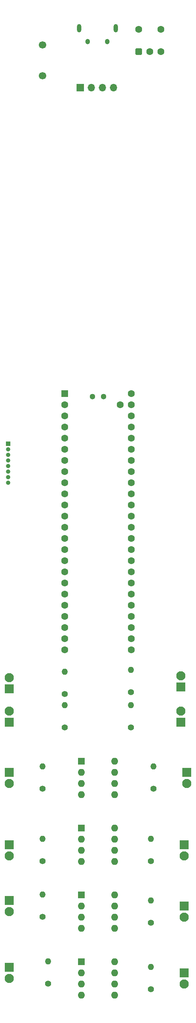
<source format=gbr>
%TF.GenerationSoftware,KiCad,Pcbnew,(6.0.1-0)*%
%TF.CreationDate,2022-01-31T22:43:00-05:00*%
%TF.ProjectId,Podoboard_0.3,506f646f-626f-4617-9264-5f302e332e6b,rev?*%
%TF.SameCoordinates,Original*%
%TF.FileFunction,Soldermask,Bot*%
%TF.FilePolarity,Negative*%
%FSLAX46Y46*%
G04 Gerber Fmt 4.6, Leading zero omitted, Abs format (unit mm)*
G04 Created by KiCad (PCBNEW (6.0.1-0)) date 2022-01-31 22:43:00*
%MOMM*%
%LPD*%
G01*
G04 APERTURE LIST*
G04 Aperture macros list*
%AMRoundRect*
0 Rectangle with rounded corners*
0 $1 Rounding radius*
0 $2 $3 $4 $5 $6 $7 $8 $9 X,Y pos of 4 corners*
0 Add a 4 corners polygon primitive as box body*
4,1,4,$2,$3,$4,$5,$6,$7,$8,$9,$2,$3,0*
0 Add four circle primitives for the rounded corners*
1,1,$1+$1,$2,$3*
1,1,$1+$1,$4,$5*
1,1,$1+$1,$6,$7*
1,1,$1+$1,$8,$9*
0 Add four rect primitives between the rounded corners*
20,1,$1+$1,$2,$3,$4,$5,0*
20,1,$1+$1,$4,$5,$6,$7,0*
20,1,$1+$1,$6,$7,$8,$9,0*
20,1,$1+$1,$8,$9,$2,$3,0*%
G04 Aperture macros list end*
%ADD10C,1.600000*%
%ADD11RoundRect,0.400000X-0.400000X0.400000X-0.400000X-0.400000X0.400000X-0.400000X0.400000X0.400000X0*%
%ADD12R,1.700000X1.700000*%
%ADD13O,1.700000X1.700000*%
%ADD14R,1.600000X1.600000*%
%ADD15C,1.300000*%
%ADD16C,1.400000*%
%ADD17O,1.400000X1.400000*%
%ADD18O,1.600000X1.600000*%
%ADD19R,2.100000X2.100000*%
%ADD20C,2.100000*%
%ADD21C,1.700000*%
%ADD22R,1.000000X1.000000*%
%ADD23O,1.000000X1.000000*%
%ADD24O,1.050000X1.250000*%
%ADD25O,1.000000X1.900000*%
G04 APERTURE END LIST*
D10*
%TO.C,SW1*%
X66675000Y-16520000D03*
X61595000Y-16520000D03*
D11*
X61595000Y-21600000D03*
D10*
X64135000Y-21600000D03*
X66675000Y-21600000D03*
%TD*%
D12*
%TO.C,J9*%
X48270000Y-29845000D03*
D13*
X50810000Y-29845000D03*
X53350000Y-29845000D03*
X55890000Y-29845000D03*
%TD*%
D14*
%TO.C,U4*%
X44694000Y-99558000D03*
D10*
X44694000Y-102098000D03*
X44694000Y-104638000D03*
X44694000Y-107178000D03*
X44694000Y-109718000D03*
X44694000Y-112258000D03*
X44694000Y-114798000D03*
X44694000Y-117338000D03*
X44694000Y-119878000D03*
X44694000Y-122418000D03*
X44694000Y-124958000D03*
X44694000Y-127498000D03*
X44694000Y-130038000D03*
X44694000Y-132578000D03*
X44694000Y-135118000D03*
X44694000Y-137658000D03*
X44694000Y-140198000D03*
X44694000Y-142738000D03*
X44694000Y-145278000D03*
X44694000Y-147818000D03*
X44694000Y-150358000D03*
X44694000Y-152898000D03*
X44694000Y-155438000D03*
X44694000Y-157978000D03*
X59934000Y-157978000D03*
X59934000Y-155438000D03*
X59934000Y-152898000D03*
X59934000Y-150358000D03*
X59934000Y-147818000D03*
X59934000Y-145278000D03*
X59934000Y-142738000D03*
X59934000Y-140198000D03*
X59934000Y-137658000D03*
X59934000Y-135118000D03*
X59934000Y-132578000D03*
X59934000Y-130038000D03*
X59934000Y-127498000D03*
X59934000Y-124958000D03*
X59934000Y-122418000D03*
X59934000Y-119878000D03*
X59934000Y-117338000D03*
X59934000Y-114798000D03*
X59934000Y-112258000D03*
X59934000Y-109718000D03*
X59934000Y-107178000D03*
X59934000Y-104638000D03*
X59934000Y-102098000D03*
X59934000Y-99558000D03*
X57394000Y-102098000D03*
D15*
X53584000Y-100288000D03*
X51044000Y-100288000D03*
%TD*%
D16*
%TO.C,R13*%
X59817000Y-167667000D03*
D17*
X59817000Y-162587000D03*
%TD*%
D14*
%TO.C,U3*%
X48514000Y-229108000D03*
D18*
X48514000Y-231648000D03*
X48514000Y-234188000D03*
X48514000Y-236728000D03*
X56134000Y-236728000D03*
X56134000Y-234188000D03*
X56134000Y-231648000D03*
X56134000Y-229108000D03*
%TD*%
D16*
%TO.C,R0*%
X39614000Y-189678000D03*
D17*
X39614000Y-184598000D03*
%TD*%
D14*
%TO.C,U2*%
X48514000Y-213868000D03*
D18*
X48514000Y-216408000D03*
X48514000Y-218948000D03*
X48514000Y-221488000D03*
X56134000Y-221488000D03*
X56134000Y-218948000D03*
X56134000Y-216408000D03*
X56134000Y-213868000D03*
%TD*%
D16*
%TO.C,R5*%
X64394000Y-220208000D03*
D17*
X64394000Y-215128000D03*
%TD*%
D19*
%TO.C,J6*%
X72014000Y-202428000D03*
D20*
X72014000Y-204968000D03*
%TD*%
D19*
%TO.C,J2*%
X31994000Y-215128000D03*
D20*
X31994000Y-217668000D03*
%TD*%
D21*
%TO.C,J_GIGUE1*%
X39607000Y-20106000D03*
X39607000Y-27106000D03*
%TD*%
D19*
%TO.C,J7*%
X72634000Y-185918000D03*
D20*
X72634000Y-188458000D03*
%TD*%
D16*
%TO.C,R1*%
X65014000Y-189678000D03*
D17*
X65014000Y-184598000D03*
%TD*%
D19*
%TO.C,J12*%
X71247000Y-174498000D03*
D20*
X71247000Y-171958000D03*
%TD*%
D19*
%TO.C,J13*%
X71247000Y-166497000D03*
D20*
X71247000Y-163957000D03*
%TD*%
D22*
%TO.C,J_LCD1*%
X31740000Y-110988000D03*
D23*
X31740000Y-112258000D03*
X31740000Y-113528000D03*
X31740000Y-114798000D03*
X31740000Y-116068000D03*
X31740000Y-117338000D03*
X31740000Y-118608000D03*
X31740000Y-119878000D03*
%TD*%
D16*
%TO.C,R12*%
X59817000Y-175718000D03*
D17*
X59817000Y-170638000D03*
%TD*%
D14*
%TO.C,U1*%
X48514000Y-198628000D03*
D18*
X48514000Y-201168000D03*
X48514000Y-203708000D03*
X48514000Y-206248000D03*
X56134000Y-206248000D03*
X56134000Y-203708000D03*
X56134000Y-201168000D03*
X56134000Y-198628000D03*
%TD*%
D19*
%TO.C,J11*%
X31994000Y-174488000D03*
D20*
X31994000Y-171948000D03*
%TD*%
D16*
%TO.C,R11*%
X44694000Y-175708000D03*
D17*
X44694000Y-170628000D03*
%TD*%
D19*
%TO.C,J3*%
X31994000Y-230368000D03*
D20*
X31994000Y-232908000D03*
%TD*%
D19*
%TO.C,J5*%
X72014000Y-216398000D03*
D20*
X72014000Y-218938000D03*
%TD*%
D16*
%TO.C,R6*%
X40884000Y-234128000D03*
D17*
X40884000Y-229048000D03*
%TD*%
D16*
%TO.C,R4*%
X39614000Y-218888000D03*
D17*
X39614000Y-213808000D03*
%TD*%
D16*
%TO.C,R3*%
X64394000Y-206188000D03*
D17*
X64394000Y-201108000D03*
%TD*%
D19*
%TO.C,J1*%
X31994000Y-202428000D03*
D20*
X31994000Y-204968000D03*
%TD*%
D24*
%TO.C,J8*%
X49972000Y-19278000D03*
X54422000Y-19278000D03*
D25*
X56372000Y-16278000D03*
X48022000Y-16278000D03*
%TD*%
D19*
%TO.C,J4*%
X72014000Y-231638000D03*
D20*
X72014000Y-234178000D03*
%TD*%
D16*
%TO.C,R7*%
X64394000Y-235398000D03*
D17*
X64394000Y-230318000D03*
%TD*%
D19*
%TO.C,J0*%
X31994000Y-185918000D03*
D20*
X31994000Y-188458000D03*
%TD*%
D16*
%TO.C,R2*%
X39614000Y-206188000D03*
D17*
X39614000Y-201108000D03*
%TD*%
D19*
%TO.C,J10*%
X31994000Y-166868000D03*
D20*
X31994000Y-164328000D03*
%TD*%
D14*
%TO.C,U0*%
X48514000Y-183388000D03*
D18*
X48514000Y-185928000D03*
X48514000Y-188468000D03*
X48514000Y-191008000D03*
X56134000Y-191008000D03*
X56134000Y-188468000D03*
X56134000Y-185928000D03*
X56134000Y-183388000D03*
%TD*%
D16*
%TO.C,R10*%
X44694000Y-168088000D03*
D17*
X44694000Y-163008000D03*
%TD*%
M02*

</source>
